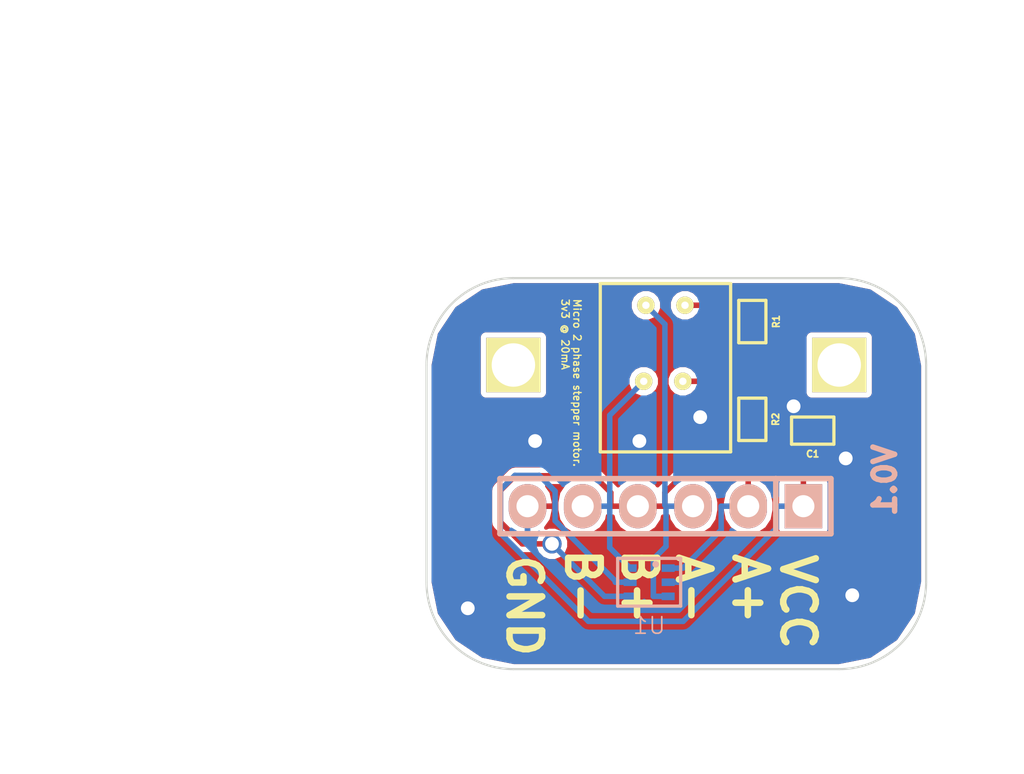
<source format=kicad_pcb>
(kicad_pcb (version 3) (host pcbnew "(2014-03-19 BZR 4756)-product")

  (general
    (links 14)
    (no_connects 0)
    (area 111.000001 88.55 158.619258 125.800001)
    (thickness 1.6)
    (drawings 21)
    (tracks 95)
    (zones 0)
    (modules 9)
    (nets 9)
  )

  (page A4)
  (layers
    (15 F.Cu signal)
    (0 B.Cu signal)
    (16 B.Adhes user)
    (17 F.Adhes user)
    (18 B.Paste user)
    (19 F.Paste user)
    (20 B.SilkS user)
    (21 F.SilkS user)
    (22 B.Mask user)
    (23 F.Mask user)
    (24 Dwgs.User user)
    (25 Cmts.User user)
    (26 Eco1.User user)
    (27 Eco2.User user)
    (28 Edge.Cuts user)
  )

  (setup
    (last_trace_width 0.254)
    (trace_clearance 0.254)
    (zone_clearance 0.18)
    (zone_45_only no)
    (trace_min 0.254)
    (segment_width 0.2)
    (edge_width 0.1)
    (via_size 0.889)
    (via_drill 0.635)
    (via_min_size 0.889)
    (via_min_drill 0.508)
    (uvia_size 0.508)
    (uvia_drill 0.127)
    (uvias_allowed no)
    (uvia_min_size 0.508)
    (uvia_min_drill 0.127)
    (pcb_text_width 0.3)
    (pcb_text_size 1.5 1.5)
    (mod_edge_width 0.15)
    (mod_text_size 1 1)
    (mod_text_width 0.15)
    (pad_size 1.5 1.5)
    (pad_drill 0.6)
    (pad_to_mask_clearance 0)
    (aux_axis_origin 0 0)
    (grid_origin 138.2 111.5)
    (visible_elements FFFFFF7F)
    (pcbplotparams
      (layerselection 284196865)
      (usegerberextensions true)
      (excludeedgelayer true)
      (linewidth 0.150000)
      (plotframeref false)
      (viasonmask false)
      (mode 1)
      (useauxorigin false)
      (hpglpennumber 1)
      (hpglpenspeed 20)
      (hpglpendiameter 15)
      (hpglpenoverlay 2)
      (psnegative false)
      (psa4output false)
      (plotreference true)
      (plotvalue true)
      (plotothertext true)
      (plotinvisibletext false)
      (padsonsilk false)
      (subtractmaskfromsilk false)
      (outputformat 1)
      (mirror false)
      (drillshape 0)
      (scaleselection 1)
      (outputdirectory Gerber))
  )

  (net 0 "")
  (net 1 VCC)
  (net 2 GND)
  (net 3 /A+)
  (net 4 /A-)
  (net 5 /B+)
  (net 6 /B-)
  (net 7 "Net-(R1-Pad1)")
  (net 8 "Net-(R2-Pad2)")

  (net_class Default "This is the default net class."
    (clearance 0.254)
    (trace_width 0.254)
    (via_dia 0.889)
    (via_drill 0.635)
    (uvia_dia 0.508)
    (uvia_drill 0.127)
    (add_net /A+)
    (add_net /A-)
    (add_net /B+)
    (add_net /B-)
    (add_net GND)
    (add_net "Net-(R1-Pad1)")
    (add_net "Net-(R2-Pad2)")
    (add_net VCC)
  )

  (module 10to7_inductor:Micro_Motor_2_Phase (layer F.Cu) (tedit 53824198) (tstamp 538227D6)
    (at 142 104 270)
    (path /5382143F)
    (fp_text reference U2 (at 0 -4 270) (layer F.SilkS) hide
      (effects (font (size 1 1) (thickness 0.15)))
    )
    (fp_text value 2_Phase_Motor (at 3 4 270) (layer F.SilkS) hide
      (effects (font (size 1 1) (thickness 0.15)))
    )
    (fp_line (start 5 -3) (end -2.75 -3) (layer F.SilkS) (width 0.15))
    (fp_line (start -2.75 -3) (end -2.75 3) (layer F.SilkS) (width 0.15))
    (fp_line (start -2.75 3) (end 5 3) (layer F.SilkS) (width 0.15))
    (fp_line (start 5 -3) (end 5 3) (layer F.SilkS) (width 0.15))
    (pad 1 thru_hole circle (at -1.75 -0.9 270) (size 0.8 0.8) (drill 0.34) (layers *.Cu *.Mask F.SilkS)
      (net 7 "Net-(R1-Pad1)"))
    (pad 2 thru_hole circle (at -1.75 0.9 270) (size 0.8 0.8) (drill 0.34) (layers *.Cu *.Mask F.SilkS)
      (net 4 /A-))
    (pad 3 thru_hole circle (at 1.75 -0.8 270) (size 0.8 0.8) (drill 0.34) (layers *.Cu *.Mask F.SilkS)
      (net 8 "Net-(R2-Pad2)"))
    (pad 4 thru_hole circle (at 1.75 1 270) (size 0.8 0.8) (drill 0.34) (layers *.Cu *.Mask F.SilkS)
      (net 6 /B-))
  )

  (module 10to7_sm_standard:SM0402 (layer F.Cu) (tedit 5380CFF6) (tstamp 53822795)
    (at 148.78 108.02)
    (path /538213B3)
    (attr smd)
    (fp_text reference C1 (at 0 1.075) (layer F.SilkS)
      (effects (font (size 0.3048 0.3048) (thickness 0.0762)))
    )
    (fp_text value 1uF (at 0 -0.9) (layer F.SilkS) hide
      (effects (font (size 0.3048 0.3048) (thickness 0.0762)))
    )
    (fp_line (start -0.975 0.625) (end 0.975 0.625) (layer F.SilkS) (width 0.15))
    (fp_line (start 0.975 0.625) (end 0.975 -0.625) (layer F.SilkS) (width 0.15))
    (fp_line (start 0.975 -0.625) (end -0.975 -0.625) (layer F.SilkS) (width 0.15))
    (fp_line (start -0.975 -0.625) (end -0.975 0.625) (layer F.SilkS) (width 0.15))
    (pad 1 smd rect (at -0.44958 0) (size 0.39878 0.59944) (layers F.Cu F.Paste F.Mask)
      (net 1 VCC))
    (pad 2 smd rect (at 0.44958 0) (size 0.39878 0.59944) (layers F.Cu F.Paste F.Mask)
      (net 2 GND))
    (model smd\chip_cms.wrl
      (at (xyz 0 0 0.002))
      (scale (xyz 0.05 0.05 0.05))
      (rotate (xyz 0 0 0))
    )
  )

  (module Pin_Headers:Pin_Header_Straight_1x06 (layer B.Cu) (tedit 53822D16) (tstamp 538227A6)
    (at 142 111.5 180)
    (descr "1 pin")
    (tags "CONN DEV")
    (path /5382163D)
    (fp_text reference P1 (at 0 2.286 180) (layer B.SilkS) hide
      (effects (font (size 1.27 1.27) (thickness 0.2032)) (justify mirror))
    )
    (fp_text value CONN_6 (at 0 0 180) (layer B.SilkS) hide
      (effects (font (size 1.27 1.27) (thickness 0.2032)) (justify mirror))
    )
    (fp_line (start -5.08 1.27) (end 7.62 1.27) (layer B.SilkS) (width 0.254))
    (fp_line (start 7.62 1.27) (end 7.62 -1.27) (layer B.SilkS) (width 0.254))
    (fp_line (start 7.62 -1.27) (end -5.08 -1.27) (layer B.SilkS) (width 0.254))
    (fp_line (start -7.62 1.27) (end -5.08 1.27) (layer B.SilkS) (width 0.254))
    (fp_line (start -5.08 1.27) (end -5.08 -1.27) (layer B.SilkS) (width 0.254))
    (fp_line (start -7.62 1.27) (end -7.62 -1.27) (layer B.SilkS) (width 0.254))
    (fp_line (start -7.62 -1.27) (end -5.08 -1.27) (layer B.SilkS) (width 0.254))
    (pad 1 thru_hole rect (at -6.35 0 180) (size 1.7272 2.032) (drill 1.016) (layers *.Cu *.Mask B.SilkS)
      (net 1 VCC))
    (pad 2 thru_hole oval (at -3.81 0 180) (size 1.7272 2.032) (drill 1.016) (layers *.Cu *.Mask B.SilkS)
      (net 3 /A+))
    (pad 3 thru_hole oval (at -1.27 0 180) (size 1.7272 2.032) (drill 1.016) (layers *.Cu *.Mask B.SilkS)
      (net 4 /A-))
    (pad 4 thru_hole oval (at 1.27 0 180) (size 1.7272 2.032) (drill 1.016) (layers *.Cu *.Mask B.SilkS)
      (net 5 /B+))
    (pad 5 thru_hole oval (at 3.81 0 180) (size 1.7272 2.032) (drill 1.016) (layers *.Cu *.Mask B.SilkS)
      (net 6 /B-))
    (pad 6 thru_hole oval (at 6.35 0 180) (size 1.7272 2.032) (drill 1.016) (layers *.Cu *.Mask B.SilkS)
      (net 2 GND))
    (model Pin_Headers/Pin_Header_Straight_1x06.wrl
      (at (xyz 0 0 0))
      (scale (xyz 1 1 1))
      (rotate (xyz 0 0 0))
    )
  )

  (module 10to7_sm_standard:SM0402 (layer F.Cu) (tedit 53824956) (tstamp 538227B0)
    (at 146 103 270)
    (path /53821410)
    (attr smd)
    (fp_text reference R1 (at 0 -1.1 270) (layer F.SilkS)
      (effects (font (size 0.3048 0.3048) (thickness 0.0762)))
    )
    (fp_text value 100 (at 0 -0.9 270) (layer F.SilkS) hide
      (effects (font (size 0.3048 0.3048) (thickness 0.0762)))
    )
    (fp_line (start -0.975 0.625) (end 0.975 0.625) (layer F.SilkS) (width 0.15))
    (fp_line (start 0.975 0.625) (end 0.975 -0.625) (layer F.SilkS) (width 0.15))
    (fp_line (start 0.975 -0.625) (end -0.975 -0.625) (layer F.SilkS) (width 0.15))
    (fp_line (start -0.975 -0.625) (end -0.975 0.625) (layer F.SilkS) (width 0.15))
    (pad 1 smd rect (at -0.44958 0 270) (size 0.39878 0.59944) (layers F.Cu F.Paste F.Mask)
      (net 7 "Net-(R1-Pad1)"))
    (pad 2 smd rect (at 0.44958 0 270) (size 0.39878 0.59944) (layers F.Cu F.Paste F.Mask)
      (net 3 /A+))
    (model smd\chip_cms.wrl
      (at (xyz 0 0 0.002))
      (scale (xyz 0.05 0.05 0.05))
      (rotate (xyz 0 0 0))
    )
  )

  (module 10to7_sm_standard:SM0402 (layer F.Cu) (tedit 5380CFF6) (tstamp 538227BA)
    (at 146 107.5 90)
    (path /5382147F)
    (attr smd)
    (fp_text reference R2 (at 0 1.075 90) (layer F.SilkS)
      (effects (font (size 0.3048 0.3048) (thickness 0.0762)))
    )
    (fp_text value 100 (at 0 -0.9 90) (layer F.SilkS) hide
      (effects (font (size 0.3048 0.3048) (thickness 0.0762)))
    )
    (fp_line (start -0.975 0.625) (end 0.975 0.625) (layer F.SilkS) (width 0.15))
    (fp_line (start 0.975 0.625) (end 0.975 -0.625) (layer F.SilkS) (width 0.15))
    (fp_line (start 0.975 -0.625) (end -0.975 -0.625) (layer F.SilkS) (width 0.15))
    (fp_line (start -0.975 -0.625) (end -0.975 0.625) (layer F.SilkS) (width 0.15))
    (pad 1 smd rect (at -0.44958 0 90) (size 0.39878 0.59944) (layers F.Cu F.Paste F.Mask)
      (net 5 /B+))
    (pad 2 smd rect (at 0.44958 0 90) (size 0.39878 0.59944) (layers F.Cu F.Paste F.Mask)
      (net 8 "Net-(R2-Pad2)"))
    (model smd\chip_cms.wrl
      (at (xyz 0 0 0.002))
      (scale (xyz 0.05 0.05 0.05))
      (rotate (xyz 0 0 0))
    )
  )

  (module 10to7_sm_standard:SOT363 (layer B.Cu) (tedit 53824935) (tstamp 538227C9)
    (at 141.25 115 270)
    (path /5382133B)
    (fp_text reference U1 (at 1.99898 0 540) (layer B.SilkS)
      (effects (font (size 0.762 0.762) (thickness 0.0762)) (justify mirror))
    )
    (fp_text value QSBT40 (at 0 -0.025 270) (layer B.SilkS) hide
      (effects (font (size 0.50038 0.50038) (thickness 0.0762)) (justify mirror))
    )
    (fp_circle (center -0.825 -0.3) (end -0.75 -0.325) (layer B.SilkS) (width 0.15))
    (fp_line (start 1.1 1.45) (end 1.1 -1.45) (layer B.SilkS) (width 0.15))
    (fp_line (start 1.1 -1.45) (end -1.1 -1.45) (layer B.SilkS) (width 0.15))
    (fp_line (start -1.1 -1.45) (end -1.1 1.45) (layer B.SilkS) (width 0.15))
    (fp_line (start -1.1 1.45) (end 1.1 1.45) (layer B.SilkS) (width 0.15))
    (pad 6 smd rect (at -0.65 0.875 270) (size 0.35 0.6) (layers B.Cu B.Paste B.Mask)
      (net 6 /B-))
    (pad 5 smd rect (at 0 0.875 270) (size 0.35 0.6) (layers B.Cu B.Paste B.Mask)
      (net 1 VCC))
    (pad 4 smd rect (at 0.65 0.875 270) (size 0.35 0.6) (layers B.Cu B.Paste B.Mask)
      (net 5 /B+))
    (pad 3 smd rect (at 0.65 -0.875 270) (size 0.35 0.6) (layers B.Cu B.Paste B.Mask)
      (net 4 /A-))
    (pad 2 smd rect (at 0 -0.875 270) (size 0.35 0.6) (layers B.Cu B.Paste B.Mask)
      (net 2 GND))
    (pad 1 smd rect (at -0.65 -0.875 270) (size 0.35 0.6) (layers B.Cu B.Paste B.Mask)
      (net 3 /A+))
    (model smd/SOT23_6.wrl
      (at (xyz 0 0 0))
      (scale (xyz 0.11 0.11 0.11))
      (rotate (xyz 0 0 0))
    )
  )

  (module 10to7_sm_standard:2mmHole (layer F.Cu) (tedit 53824295) (tstamp 53822F0E)
    (at 151.5 115)
    (fp_text reference 2mm_pad_2 (at 0 2.875) (layer F.SilkS) hide
      (effects (font (thickness 0.3048)))
    )
    (fp_text value VAL** (at 0.20066 -2.49936) (layer F.SilkS) hide
      (effects (font (thickness 0.3048)))
    )
  )

  (module 10to7_sm_standard:2mmHole (layer F.Cu) (tedit 53822F08) (tstamp 53822FD9)
    (at 135 105)
    (fp_text reference 2mm_Pad_4 (at 0 2.875) (layer F.SilkS) hide
      (effects (font (thickness 0.3048)))
    )
    (fp_text value VAL** (at 0.20066 -2.49936) (layer F.SilkS) hide
      (effects (font (thickness 0.3048)))
    )
    (pad 1 thru_hole rect (at 0 0) (size 2.5 2.5) (drill 2) (layers *.Cu *.Mask F.SilkS))
  )

  (module 10to7_sm_standard:2mmHole (layer F.Cu) (tedit 53823013) (tstamp 53822FE2)
    (at 150 105)
    (fp_text reference 2mm_Pad_3 (at 0 2.875) (layer F.SilkS) hide
      (effects (font (thickness 0.3048)))
    )
    (fp_text value VAL** (at 0.20066 -2.49936) (layer F.SilkS) hide
      (effects (font (thickness 0.3048)))
    )
    (pad 1 thru_hole rect (at 0 0) (size 2.5 2.5) (drill 2) (layers *.Cu *.Mask F.SilkS))
  )

  (gr_line (start 135 101) (end 150 101) (angle 90) (layer Edge.Cuts) (width 0.1))
  (dimension 23 (width 0.3) (layer Dwgs.User)
    (gr_text "23.000 mm" (at 142.5 124.45) (layer Dwgs.User)
      (effects (font (size 1.5 1.5) (thickness 0.3)))
    )
    (feature1 (pts (xy 154 115.1) (xy 154 125.8)))
    (feature2 (pts (xy 131 115.1) (xy 131 125.8)))
    (crossbar (pts (xy 131 123.1) (xy 154 123.1)))
    (arrow1a (pts (xy 154 123.1) (xy 152.873496 123.686421)))
    (arrow1b (pts (xy 154 123.1) (xy 152.873496 122.513579)))
    (arrow2a (pts (xy 131 123.1) (xy 132.126504 123.686421)))
    (arrow2b (pts (xy 131 123.1) (xy 132.126504 122.513579)))
  )
  (gr_line (start 154 115) (end 154 105) (angle 90) (layer Edge.Cuts) (width 0.1))
  (gr_line (start 135 119) (end 150 119) (angle 90) (layer Edge.Cuts) (width 0.1))
  (dimension 15 (width 0.3) (layer Dwgs.User)
    (gr_text "15.000 mm" (at 142.5 90.05) (layer Dwgs.User)
      (effects (font (size 1.5 1.5) (thickness 0.3)))
    )
    (feature1 (pts (xy 135 105) (xy 135 88.7)))
    (feature2 (pts (xy 150 105) (xy 150 88.7)))
    (crossbar (pts (xy 150 91.4) (xy 135 91.4)))
    (arrow1a (pts (xy 135 91.4) (xy 136.126504 90.813579)))
    (arrow1b (pts (xy 135 91.4) (xy 136.126504 91.986421)))
    (arrow2a (pts (xy 150 91.4) (xy 148.873496 90.813579)))
    (arrow2b (pts (xy 150 91.4) (xy 148.873496 91.986421)))
  )
  (gr_text V0.1 (at 152.1 110.3 90) (layer B.SilkS)
    (effects (font (size 1 1) (thickness 0.25)) (justify mirror))
  )
  (gr_text "Micro 2 phase stepper motor.\n3v3 @ 20mA" (at 137.66 101.92 270) (layer F.SilkS)
    (effects (font (size 0.34 0.34) (thickness 0.0625)) (justify left))
  )
  (gr_text 10to7.com (at 132 110.5 270) (layer F.Mask)
    (effects (font (size 1 1) (thickness 0.25)))
  )
  (gr_text 10to7.com (at 132 110.5 270) (layer F.Cu)
    (effects (font (size 1 1) (thickness 0.25)))
  )
  (dimension 18 (width 0.3) (layer Dwgs.User)
    (gr_text "18.000 mm" (at 117.65 110 90) (layer Dwgs.User)
      (effects (font (size 1.5 1.5) (thickness 0.3)))
    )
    (feature1 (pts (xy 131 101) (xy 116.3 101)))
    (feature2 (pts (xy 131 119) (xy 116.3 119)))
    (crossbar (pts (xy 119 119) (xy 119 101)))
    (arrow1a (pts (xy 119 101) (xy 119.586421 102.126504)))
    (arrow1b (pts (xy 119 101) (xy 118.413579 102.126504)))
    (arrow2a (pts (xy 119 119) (xy 119.586421 117.873496)))
    (arrow2b (pts (xy 119 119) (xy 118.413579 117.873496)))
  )
  (gr_line (start 131 105) (end 131 115) (angle 90) (layer Edge.Cuts) (width 0.1))
  (gr_arc (start 135 105) (end 131 105) (angle 90) (layer Edge.Cuts) (width 0.1))
  (gr_arc (start 150 105) (end 150 101) (angle 90) (layer Edge.Cuts) (width 0.1))
  (gr_arc (start 150 115) (end 154 115) (angle 90) (layer Edge.Cuts) (width 0.1))
  (gr_arc (start 135 115) (end 135 119) (angle 90) (layer Edge.Cuts) (width 0.1))
  (gr_text GND (at 135.5 113.6 270) (layer F.SilkS)
    (effects (font (size 1.5 1.5) (thickness 0.3)) (justify left))
  )
  (gr_text B- (at 138.2 115.2 270) (layer F.SilkS)
    (effects (font (size 1.5 1.5) (thickness 0.3)))
  )
  (gr_text B+ (at 140.8 115.2 270) (layer F.SilkS)
    (effects (font (size 1.5 1.5) (thickness 0.3)))
  )
  (gr_text A- (at 143.3 115.3 270) (layer F.SilkS)
    (effects (font (size 1.5 1.5) (thickness 0.3)))
  )
  (gr_text A+ (at 145.9 115.3 270) (layer F.SilkS) (tstamp 53824AE0)
    (effects (font (size 1.5 1.5) (thickness 0.3)))
  )
  (gr_text VCC (at 148.1 115.9 270) (layer F.SilkS)
    (effects (font (size 1.5 1.5) (thickness 0.3)))
  )

  (segment (start 140.375 115) (end 139.6937 115) (width 0.254) (layer B.Cu) (net 1))
  (segment (start 148.35 111.5) (end 147.1051 111.5) (width 0.254) (layer B.Cu) (net 1))
  (segment (start 147.1051 112.5115) (end 147.1051 111.5) (width 0.254) (layer B.Cu) (net 1))
  (segment (start 142.8161 116.8005) (end 147.1051 112.5115) (width 0.254) (layer B.Cu) (net 1))
  (segment (start 138.4563 116.8005) (end 142.8161 116.8005) (width 0.254) (layer B.Cu) (net 1))
  (segment (start 134.4002 112.7444) (end 138.4563 116.8005) (width 0.254) (layer B.Cu) (net 1))
  (segment (start 134.4002 110.7529) (end 134.4002 112.7444) (width 0.254) (layer B.Cu) (net 1))
  (segment (start 135.0702 110.0829) (end 134.4002 110.7529) (width 0.254) (layer B.Cu) (net 1))
  (segment (start 136.1906 110.0829) (end 135.0702 110.0829) (width 0.254) (layer B.Cu) (net 1))
  (segment (start 136.92 110.8123) (end 136.1906 110.0829) (width 0.254) (layer B.Cu) (net 1))
  (segment (start 136.92 112.1708) (end 136.92 110.8123) (width 0.254) (layer B.Cu) (net 1))
  (segment (start 139.6937 114.9445) (end 136.92 112.1708) (width 0.254) (layer B.Cu) (net 1))
  (segment (start 139.6937 115) (end 139.6937 114.9445) (width 0.254) (layer B.Cu) (net 1))
  (segment (start 148.35 108.03958) (end 148.33042 108.02) (width 0.254) (layer F.Cu) (net 1) (tstamp 53823CFE))
  (segment (start 148.35 111.5) (end 148.35 108.03958) (width 0.254) (layer F.Cu) (net 1))
  (segment (start 142.125 115) (end 142.8063 115) (width 0.254) (layer B.Cu) (net 2))
  (segment (start 135.65 111.5) (end 135.65 112.8973) (width 0.254) (layer B.Cu) (net 2))
  (segment (start 142.8063 116.0617) (end 142.8063 115) (width 0.254) (layer B.Cu) (net 2))
  (segment (start 142.625 116.243) (end 142.8063 116.0617) (width 0.254) (layer B.Cu) (net 2))
  (segment (start 138.6176 116.243) (end 142.625 116.243) (width 0.254) (layer B.Cu) (net 2))
  (segment (start 135.65 113.2754) (end 138.6176 116.243) (width 0.254) (layer B.Cu) (net 2))
  (segment (start 135.65 112.8973) (end 135.65 113.2754) (width 0.254) (layer B.Cu) (net 2))
  (segment (start 139.4604 114.75) (end 146.8004 114.75) (width 0.254) (layer F.Cu) (net 2))
  (segment (start 136.8949 112.1845) (end 139.4604 114.75) (width 0.254) (layer F.Cu) (net 2))
  (segment (start 136.8949 111.5) (end 136.8949 112.1845) (width 0.254) (layer F.Cu) (net 2))
  (segment (start 135.65 111.5) (end 136.8949 111.5) (width 0.254) (layer F.Cu) (net 2))
  (segment (start 132.9 116.2) (end 132.8 116.2) (width 0.254) (layer B.Cu) (net 2) (tstamp 5382452A))
  (via (at 132.9 116.2) (size 0.889) (layers F.Cu B.Cu) (net 2))
  (segment (start 134.3 117.6) (end 132.9 116.2) (width 0.254) (layer F.Cu) (net 2) (tstamp 53824526))
  (segment (start 148.6 117.6) (end 134.3 117.6) (width 0.254) (layer F.Cu) (net 2) (tstamp 5382451F))
  (segment (start 150.6 115.6) (end 148.6 117.6) (width 0.254) (layer F.Cu) (net 2) (tstamp 5382451E))
  (via (at 150.6 115.6) (size 0.889) (layers F.Cu B.Cu) (net 2))
  (segment (start 150.6 109.6) (end 150.6 115.6) (width 0.254) (layer B.Cu) (net 2) (tstamp 53824517))
  (segment (start 150.3 109.3) (end 150.6 109.6) (width 0.254) (layer B.Cu) (net 2) (tstamp 53824516))
  (via (at 150.3 109.3) (size 0.889) (layers F.Cu B.Cu) (net 2))
  (segment (start 149.22958 108.22958) (end 150.3 109.3) (width 0.254) (layer F.Cu) (net 2) (tstamp 5382450E))
  (segment (start 149.22958 108.02) (end 149.22958 108.22958) (width 0.254) (layer F.Cu) (net 2))
  (segment (start 149.22958 107.12958) (end 149 106.9) (width 0.254) (layer F.Cu) (net 2) (tstamp 53824544))
  (segment (start 149 106.9) (end 147.9 106.9) (width 0.254) (layer F.Cu) (net 2) (tstamp 53824547))
  (via (at 147.9 106.9) (size 0.889) (layers F.Cu B.Cu) (net 2))
  (segment (start 147.9 106.9) (end 147.4 107.4) (width 0.254) (layer B.Cu) (net 2) (tstamp 5382454C))
  (segment (start 147.4 107.4) (end 143.6 107.4) (width 0.254) (layer B.Cu) (net 2) (tstamp 5382454D))
  (via (at 143.6 107.4) (size 0.889) (layers F.Cu B.Cu) (net 2))
  (segment (start 143.6 107.4) (end 142.5 108.5) (width 0.254) (layer F.Cu) (net 2) (tstamp 5382455C))
  (segment (start 142.5 108.5) (end 140.8 108.5) (width 0.254) (layer F.Cu) (net 2) (tstamp 5382455D))
  (via (at 140.8 108.5) (size 0.889) (layers F.Cu B.Cu) (net 2))
  (segment (start 140.8 108.5) (end 140.8 107.6) (width 0.254) (layer B.Cu) (net 2) (tstamp 53824564))
  (segment (start 149.22958 108.02) (end 149.22958 107.12958) (width 0.254) (layer F.Cu) (net 2))
  (via (at 136 108.5) (size 0.889) (layers F.Cu B.Cu) (net 2))
  (segment (start 136 108.5) (end 135.1 107.6) (width 0.254) (layer B.Cu) (net 2) (tstamp 5382458E))
  (segment (start 135.1 107.6) (end 135 107.6) (width 0.254) (layer B.Cu) (net 2) (tstamp 5382458F))
  (segment (start 140.8 108.5) (end 136 108.5) (width 0.254) (layer F.Cu) (net 2))
  (segment (start 146.6811 109.2316) (end 145.81 110.1027) (width 0.254) (layer F.Cu) (net 3))
  (segment (start 146.6811 104.7114) (end 146.6811 109.2316) (width 0.254) (layer F.Cu) (net 3))
  (segment (start 146 104.0303) (end 146.6811 104.7114) (width 0.254) (layer F.Cu) (net 3))
  (segment (start 146 103.4496) (end 146 104.0303) (width 0.254) (layer F.Cu) (net 3))
  (segment (start 145.81 111.5) (end 145.81 110.1027) (width 0.254) (layer F.Cu) (net 3))
  (segment (start 145.81 111.5) (end 144.5651 111.5) (width 0.254) (layer B.Cu) (net 3))
  (segment (start 142.125 114.35) (end 142.8063 114.35) (width 0.254) (layer B.Cu) (net 3))
  (segment (start 144.5651 112.5912) (end 142.8063 114.35) (width 0.254) (layer B.Cu) (net 3))
  (segment (start 144.5651 111.5) (end 144.5651 112.5912) (width 0.254) (layer B.Cu) (net 3))
  (segment (start 141.975 111.4499) (end 142.0251 111.5) (width 0.254) (layer B.Cu) (net 4))
  (segment (start 141.975 103.125) (end 141.975 111.4499) (width 0.254) (layer B.Cu) (net 4))
  (segment (start 141.1 102.25) (end 141.975 103.125) (width 0.254) (layer B.Cu) (net 4))
  (segment (start 143.27 111.5) (end 142.0251 111.5) (width 0.254) (layer B.Cu) (net 4))
  (segment (start 142.0251 113.3507) (end 142.0251 111.5) (width 0.254) (layer B.Cu) (net 4))
  (segment (start 141.4437 113.9321) (end 142.0251 113.3507) (width 0.254) (layer B.Cu) (net 4))
  (segment (start 141.4437 115.65) (end 141.4437 113.9321) (width 0.254) (layer B.Cu) (net 4))
  (segment (start 142.125 115.65) (end 141.4437 115.65) (width 0.254) (layer B.Cu) (net 4))
  (via (at 136.7764 113.2339) (size 0.889) (layers F.Cu B.Cu) (net 5))
  (segment (start 139.1925 115.65) (end 136.7764 113.2339) (width 0.254) (layer B.Cu) (net 5))
  (segment (start 140.375 115.65) (end 139.1925 115.65) (width 0.254) (layer B.Cu) (net 5))
  (segment (start 135.4068 113.2339) (end 136.7764 113.2339) (width 0.254) (layer F.Cu) (net 5))
  (segment (start 134.4031 112.2302) (end 135.4068 113.2339) (width 0.254) (layer F.Cu) (net 5))
  (segment (start 134.4031 110.7781) (end 134.4031 112.2302) (width 0.254) (layer F.Cu) (net 5))
  (segment (start 135.0818 110.0994) (end 134.4031 110.7781) (width 0.254) (layer F.Cu) (net 5))
  (segment (start 138.7069 110.0994) (end 135.0818 110.0994) (width 0.254) (layer F.Cu) (net 5))
  (segment (start 139.4851 110.8776) (end 138.7069 110.0994) (width 0.254) (layer F.Cu) (net 5))
  (segment (start 139.4851 111.5) (end 139.4851 110.8776) (width 0.254) (layer F.Cu) (net 5))
  (segment (start 144.9029 107.9496) (end 146 107.9496) (width 0.254) (layer F.Cu) (net 5))
  (segment (start 141.9749 110.8776) (end 144.9029 107.9496) (width 0.254) (layer F.Cu) (net 5))
  (segment (start 141.9749 111.5) (end 141.9749 110.8776) (width 0.254) (layer F.Cu) (net 5))
  (segment (start 140.73 111.5) (end 141.9749 111.5) (width 0.254) (layer F.Cu) (net 5))
  (segment (start 140.73 111.5) (end 139.4851 111.5) (width 0.254) (layer F.Cu) (net 5))
  (segment (start 138.19 111.5) (end 139.4349 111.5) (width 0.254) (layer B.Cu) (net 6))
  (segment (start 139.4349 107.3151) (end 139.4349 111.5) (width 0.254) (layer B.Cu) (net 6))
  (segment (start 141 105.75) (end 139.4349 107.3151) (width 0.254) (layer B.Cu) (net 6))
  (segment (start 139.4349 113.4099) (end 139.4349 111.5) (width 0.254) (layer B.Cu) (net 6))
  (segment (start 140.375 114.35) (end 139.4349 113.4099) (width 0.254) (layer B.Cu) (net 6))
  (segment (start 145.0186 102.25) (end 145.319 102.5504) (width 0.254) (layer F.Cu) (net 7))
  (segment (start 142.9 102.25) (end 145.0186 102.25) (width 0.254) (layer F.Cu) (net 7))
  (segment (start 146 102.5504) (end 145.319 102.5504) (width 0.254) (layer F.Cu) (net 7))
  (segment (start 145.2803 105.75) (end 146 106.4697) (width 0.254) (layer F.Cu) (net 8))
  (segment (start 142.8 105.75) (end 145.2803 105.75) (width 0.254) (layer F.Cu) (net 8))
  (segment (start 146 107.0504) (end 146 106.4697) (width 0.254) (layer F.Cu) (net 8))

  (zone (net 2) (net_name GND) (layer F.Cu) (tstamp 538231C8) (hatch edge 0.508)
    (connect_pads (clearance 0.18))
    (min_thickness 0.18)
    (fill (arc_segments 16) (thermal_gap 0.25) (thermal_bridge_width 0.25))
    (polygon
      (pts
        (xy 127.5 101) (xy 155.5 101) (xy 155.5 119) (xy 127.5 119)
      )
    )
    (filled_polygon
      (pts
        (xy 153.68 114.968484) (xy 153.394084 116.405876) (xy 152.597719 117.597719) (xy 151.594 118.268383) (xy 151.594 106.318426)
        (xy 151.594 106.181574) (xy 151.594 103.681574) (xy 151.541629 103.55514) (xy 151.44486 103.458371) (xy 151.318426 103.406)
        (xy 151.181574 103.406) (xy 148.681574 103.406) (xy 148.55514 103.458371) (xy 148.458371 103.55514) (xy 148.406 103.681574)
        (xy 148.406 103.818426) (xy 148.406 106.318426) (xy 148.458371 106.44486) (xy 148.55514 106.541629) (xy 148.681574 106.594)
        (xy 148.818426 106.594) (xy 151.318426 106.594) (xy 151.44486 106.541629) (xy 151.541629 106.44486) (xy 151.594 106.318426)
        (xy 151.594 118.268383) (xy 151.405875 118.394085) (xy 149.968484 118.68) (xy 149.76897 118.68) (xy 149.76897 108.38735)
        (xy 149.76897 108.25209) (xy 149.76897 108.14) (xy 149.76897 107.9) (xy 149.76897 107.78791) (xy 149.76897 107.65265)
        (xy 149.717208 107.527685) (xy 149.621564 107.432042) (xy 149.4966 107.38028) (xy 149.34958 107.38028) (xy 149.26458 107.46528)
        (xy 149.26458 107.985) (xy 149.68397 107.985) (xy 149.76897 107.9) (xy 149.76897 108.14) (xy 149.68397 108.055)
        (xy 149.26458 108.055) (xy 149.26458 108.57472) (xy 149.34958 108.65972) (xy 149.4966 108.65972) (xy 149.621564 108.607958)
        (xy 149.717208 108.512315) (xy 149.76897 108.38735) (xy 149.76897 118.68) (xy 149.5576 118.68) (xy 149.5576 112.584426)
        (xy 149.5576 112.447574) (xy 149.5576 110.415574) (xy 149.505229 110.28914) (xy 149.40846 110.192371) (xy 149.282026 110.14)
        (xy 149.145174 110.14) (xy 148.821 110.14) (xy 148.821 108.591362) (xy 148.837596 108.607958) (xy 148.96256 108.65972)
        (xy 149.10958 108.65972) (xy 149.19458 108.57472) (xy 149.19458 108.055) (xy 149.17458 108.055) (xy 149.17458 107.985)
        (xy 149.19458 107.985) (xy 149.19458 107.46528) (xy 149.10958 107.38028) (xy 148.96256 107.38028) (xy 148.837596 107.432042)
        (xy 148.782828 107.486809) (xy 148.72467 107.428651) (xy 148.598236 107.37628) (xy 148.461384 107.37628) (xy 148.062604 107.37628)
        (xy 147.93617 107.428651) (xy 147.839401 107.52542) (xy 147.78703 107.651854) (xy 147.78703 107.788706) (xy 147.78703 108.388146)
        (xy 147.839401 108.51458) (xy 147.879 108.554179) (xy 147.879 110.14) (xy 147.417974 110.14) (xy 147.29154 110.192371)
        (xy 147.194771 110.28914) (xy 147.1521 110.392156) (xy 147.1521 109.2316) (xy 147.1521 104.7114) (xy 147.116247 104.531156)
        (xy 147.014147 104.378353) (xy 146.535486 103.899692) (xy 146.591349 103.84383) (xy 146.64372 103.717396) (xy 146.64372 103.580544)
        (xy 146.64372 103.181764) (xy 146.591349 103.05533) (xy 146.536019 103) (xy 146.591349 102.94467) (xy 146.64372 102.818236)
        (xy 146.64372 102.681384) (xy 146.64372 102.282604) (xy 146.591349 102.15617) (xy 146.49458 102.059401) (xy 146.368146 102.00703)
        (xy 146.231294 102.00703) (xy 145.631854 102.00703) (xy 145.50542 102.059401) (xy 145.499757 102.065063) (xy 145.351647 101.916953)
        (xy 145.198844 101.814853) (xy 145.0186 101.779) (xy 143.481079 101.779) (xy 143.321993 101.619635) (xy 143.04864 101.506129)
        (xy 142.752658 101.505871) (xy 142.479108 101.6189) (xy 142.269635 101.828007) (xy 142.156129 102.10136) (xy 142.155871 102.397342)
        (xy 142.2689 102.670892) (xy 142.478007 102.880365) (xy 142.75136 102.993871) (xy 143.047342 102.994129) (xy 143.320892 102.8811)
        (xy 143.481272 102.721) (xy 144.823506 102.721) (xy 144.985953 102.883447) (xy 145.138756 102.985547) (xy 145.138757 102.985547)
        (xy 145.319 103.0214) (xy 145.442581 103.0214) (xy 145.408651 103.05533) (xy 145.35628 103.181764) (xy 145.35628 103.318616)
        (xy 145.35628 103.717396) (xy 145.408651 103.84383) (xy 145.50542 103.940599) (xy 145.529 103.950366) (xy 145.529 104.0303)
        (xy 145.564853 104.210544) (xy 145.666953 104.363347) (xy 146.2101 104.906494) (xy 146.2101 106.013705) (xy 145.613347 105.416953)
        (xy 145.460544 105.314853) (xy 145.2803 105.279) (xy 143.381079 105.279) (xy 143.221993 105.119635) (xy 142.94864 105.006129)
        (xy 142.652658 105.005871) (xy 142.379108 105.1189) (xy 142.169635 105.328007) (xy 142.056129 105.60136) (xy 142.055871 105.897342)
        (xy 142.1689 106.170892) (xy 142.378007 106.380365) (xy 142.65136 106.493871) (xy 142.947342 106.494129) (xy 143.220892 106.3811)
        (xy 143.381272 106.221) (xy 145.085205 106.221) (xy 145.464513 106.600307) (xy 145.408651 106.65617) (xy 145.35628 106.782604)
        (xy 145.35628 106.919456) (xy 145.35628 107.318236) (xy 145.408651 107.44467) (xy 145.442581 107.4786) (xy 144.9029 107.4786)
        (xy 144.722656 107.514453) (xy 144.569852 107.616553) (xy 141.844129 110.342276) (xy 141.844129 102.102658) (xy 141.7311 101.829108)
        (xy 141.521993 101.619635) (xy 141.24864 101.506129) (xy 140.952658 101.505871) (xy 140.679108 101.6189) (xy 140.469635 101.828007)
        (xy 140.356129 102.10136) (xy 140.355871 102.397342) (xy 140.4689 102.670892) (xy 140.678007 102.880365) (xy 140.95136 102.993871)
        (xy 141.247342 102.994129) (xy 141.520892 102.8811) (xy 141.730365 102.671993) (xy 141.843871 102.39864) (xy 141.844129 102.102658)
        (xy 141.844129 110.342276) (xy 141.744129 110.442276) (xy 141.744129 105.602658) (xy 141.6311 105.329108) (xy 141.421993 105.119635)
        (xy 141.14864 105.006129) (xy 140.852658 105.005871) (xy 140.579108 105.1189) (xy 140.369635 105.328007) (xy 140.256129 105.60136)
        (xy 140.255871 105.897342) (xy 140.3689 106.170892) (xy 140.578007 106.380365) (xy 140.85136 106.493871) (xy 141.147342 106.494129)
        (xy 141.420892 106.3811) (xy 141.630365 106.171993) (xy 141.743871 105.89864) (xy 141.744129 105.602658) (xy 141.744129 110.442276)
        (xy 141.641853 110.544553) (xy 141.638769 110.549168) (xy 141.583902 110.467054) (xy 141.192129 110.205279) (xy 140.73 110.113356)
        (xy 140.267871 110.205279) (xy 139.876098 110.467054) (xy 139.82123 110.549168) (xy 139.818147 110.544553) (xy 139.039947 109.766353)
        (xy 138.887144 109.664253) (xy 138.7069 109.6284) (xy 136.594 109.6284) (xy 136.594 106.318426) (xy 136.594 106.181574)
        (xy 136.594 103.681574) (xy 136.541629 103.55514) (xy 136.44486 103.458371) (xy 136.318426 103.406) (xy 136.181574 103.406)
        (xy 133.681574 103.406) (xy 133.55514 103.458371) (xy 133.458371 103.55514) (xy 133.406 103.681574) (xy 133.406 103.818426)
        (xy 133.406 106.318426) (xy 133.458371 106.44486) (xy 133.55514 106.541629) (xy 133.681574 106.594) (xy 133.818426 106.594)
        (xy 136.318426 106.594) (xy 136.44486 106.541629) (xy 136.541629 106.44486) (xy 136.594 106.318426) (xy 136.594 109.6284)
        (xy 135.0818 109.6284) (xy 134.901556 109.664253) (xy 134.748753 109.766353) (xy 134.070053 110.445053) (xy 133.967953 110.597856)
        (xy 133.9321 110.7781) (xy 133.9321 112.2302) (xy 133.967953 112.410444) (xy 134.070053 112.563247) (xy 135.073753 113.566947)
        (xy 135.226556 113.669047) (xy 135.4068 113.7049) (xy 136.132442 113.7049) (xy 136.329167 113.901968) (xy 136.618869 114.022263)
        (xy 136.932554 114.022537) (xy 137.222466 113.902748) (xy 137.444468 113.681133) (xy 137.564763 113.391431) (xy 137.565037 113.077746)
        (xy 137.445248 112.787834) (xy 137.223633 112.565832) (xy 136.933931 112.445537) (xy 136.620246 112.445263) (xy 136.499979 112.494956)
        (xy 136.748587 112.145334) (xy 136.8536 111.6874) (xy 136.8536 111.535) (xy 135.685 111.535) (xy 135.685 111.555)
        (xy 135.615 111.555) (xy 135.615 111.535) (xy 135.595 111.535) (xy 135.595 111.465) (xy 135.615 111.465)
        (xy 135.615 111.445) (xy 135.685 111.445) (xy 135.685 111.465) (xy 136.8536 111.465) (xy 136.8536 111.3126)
        (xy 136.748587 110.854666) (xy 136.546452 110.5704) (xy 137.267044 110.5704) (xy 137.074323 110.858827) (xy 136.9824 111.320956)
        (xy 136.9824 111.679044) (xy 137.074323 112.141173) (xy 137.336098 112.532946) (xy 137.727871 112.794721) (xy 138.19 112.886644)
        (xy 138.652129 112.794721) (xy 139.043902 112.532946) (xy 139.305677 112.141173) (xy 139.345067 111.943145) (xy 139.4851 111.971)
        (xy 139.580473 111.971) (xy 139.614323 112.141173) (xy 139.876098 112.532946) (xy 140.267871 112.794721) (xy 140.73 112.886644)
        (xy 141.192129 112.794721) (xy 141.583902 112.532946) (xy 141.845677 112.141173) (xy 141.879526 111.971) (xy 141.9749 111.971)
        (xy 142.114932 111.943145) (xy 142.154323 112.141173) (xy 142.416098 112.532946) (xy 142.807871 112.794721) (xy 143.27 112.886644)
        (xy 143.732129 112.794721) (xy 144.123902 112.532946) (xy 144.385677 112.141173) (xy 144.4776 111.679044) (xy 144.4776 111.320956)
        (xy 144.385677 110.858827) (xy 144.123902 110.467054) (xy 143.732129 110.205279) (xy 143.3828 110.135793) (xy 145.097994 108.4206)
        (xy 145.485421 108.4206) (xy 145.50542 108.440599) (xy 145.631854 108.49297) (xy 145.768706 108.49297) (xy 146.2101 108.49297)
        (xy 146.2101 109.036505) (xy 145.476953 109.769653) (xy 145.374853 109.922456) (xy 145.339 110.1027) (xy 145.339 110.211206)
        (xy 144.956098 110.467054) (xy 144.694323 110.858827) (xy 144.6024 111.320956) (xy 144.6024 111.679044) (xy 144.694323 112.141173)
        (xy 144.956098 112.532946) (xy 145.347871 112.794721) (xy 145.81 112.886644) (xy 146.272129 112.794721) (xy 146.663902 112.532946)
        (xy 146.925677 112.141173) (xy 147.0176 111.679044) (xy 147.0176 111.320956) (xy 146.925677 110.858827) (xy 146.663902 110.467054)
        (xy 146.332905 110.245888) (xy 147.014147 109.564648) (xy 147.014147 109.564647) (xy 147.116247 109.411844) (xy 147.152099 109.2316)
        (xy 147.1521 109.2316) (xy 147.1521 110.392156) (xy 147.1424 110.415574) (xy 147.1424 110.552426) (xy 147.1424 112.584426)
        (xy 147.194771 112.71086) (xy 147.29154 112.807629) (xy 147.417974 112.86) (xy 147.554826 112.86) (xy 149.282026 112.86)
        (xy 149.40846 112.807629) (xy 149.505229 112.71086) (xy 149.5576 112.584426) (xy 149.5576 118.68) (xy 135.031515 118.68)
        (xy 133.594123 118.394084) (xy 132.40228 117.597719) (xy 131.605914 116.405875) (xy 131.32 114.968484) (xy 131.32 114.847381)
        (xy 133.345 114.847381) (xy 133.345 106.152619) (xy 131.32 106.152619) (xy 131.32 105.031515) (xy 131.605914 103.594124)
        (xy 132.40228 102.40228) (xy 133.594123 101.605915) (xy 135.031515 101.32) (xy 149.968484 101.32) (xy 151.405875 101.605914)
        (xy 152.597719 102.40228) (xy 153.394084 103.594123) (xy 153.68 105.031515) (xy 153.68 114.968484)
      )
    )
  )
  (zone (net 2) (net_name GND) (layer B.Cu) (tstamp 538231E8) (hatch edge 0.508)
    (connect_pads (clearance 0.18))
    (min_thickness 0.18)
    (fill (arc_segments 16) (thermal_gap 0.25) (thermal_bridge_width 0.25))
    (polygon
      (pts
        (xy 127.5 101) (xy 155.5 101) (xy 155.5 119) (xy 127.5 119)
      )
    )
    (filled_polygon
      (pts
        (xy 141.504 110.413665) (xy 141.192129 110.205279) (xy 140.73 110.113356) (xy 140.267871 110.205279) (xy 139.9059 110.44714)
        (xy 139.9059 107.510194) (xy 140.922162 106.493932) (xy 141.147342 106.494129) (xy 141.420892 106.3811) (xy 141.504 106.298137)
        (xy 141.504 110.413665)
      )
    )
    (filled_polygon
      (pts
        (xy 146.126896 112.823609) (xy 142.621006 116.3295) (xy 138.651394 116.3295) (xy 134.894547 112.572653) (xy 135.221739 112.777775)
        (xy 135.427226 112.835204) (xy 135.615 112.770452) (xy 135.615 111.535) (xy 135.595 111.535) (xy 135.595 111.465)
        (xy 135.615 111.465) (xy 135.615 111.445) (xy 135.685 111.445) (xy 135.685 111.465) (xy 135.705 111.465)
        (xy 135.705 111.535) (xy 135.685 111.535) (xy 135.685 112.770452) (xy 135.872774 112.835204) (xy 136.078261 112.777775)
        (xy 136.183044 112.712084) (xy 136.108332 112.786667) (xy 135.988037 113.076369) (xy 135.987763 113.390054) (xy 136.107552 113.679966)
        (xy 136.329167 113.901968) (xy 136.618869 114.022263) (xy 136.898913 114.022507) (xy 138.859452 115.983047) (xy 138.859453 115.983047)
        (xy 139.012256 116.085147) (xy 139.1925 116.121) (xy 139.890692 116.121) (xy 140.006574 116.169) (xy 140.143426 116.169)
        (xy 140.743426 116.169) (xy 140.86986 116.116629) (xy 140.966629 116.01986) (xy 141.019 115.893426) (xy 141.019 115.845878)
        (xy 141.110653 115.983047) (xy 141.263456 116.085147) (xy 141.4437 116.121) (xy 141.640692 116.121) (xy 141.756574 116.169)
        (xy 141.893426 116.169) (xy 142.493426 116.169) (xy 142.61986 116.116629) (xy 142.716629 116.01986) (xy 142.769 115.893426)
        (xy 142.769 115.756574) (xy 142.769 115.406574) (xy 142.733045 115.319773) (xy 142.765 115.24263) (xy 142.765 115.12)
        (xy 142.68 115.035) (xy 142.16 115.035) (xy 142.16 115.055) (xy 142.09 115.055) (xy 142.09 115.035)
        (xy 142.07 115.035) (xy 142.07 114.965) (xy 142.09 114.965) (xy 142.09 114.945) (xy 142.16 114.945)
        (xy 142.16 114.965) (xy 142.68 114.965) (xy 142.765 114.88) (xy 142.765 114.821) (xy 142.8063 114.821)
        (xy 142.986544 114.785147) (xy 143.139347 114.683047) (xy 144.898147 112.924247) (xy 145.000247 112.771444) (xy 145.0361 112.5912)
        (xy 145.0361 112.586401) (xy 145.347871 112.794721) (xy 145.81 112.886644) (xy 146.126896 112.823609)
      )
    )
    (filled_polygon
      (pts
        (xy 153.68 114.968484) (xy 153.394084 116.405876) (xy 152.597719 117.597719) (xy 151.594 118.268383) (xy 151.594 106.318426)
        (xy 151.594 106.181574) (xy 151.594 103.681574) (xy 151.541629 103.55514) (xy 151.44486 103.458371) (xy 151.318426 103.406)
        (xy 151.181574 103.406) (xy 148.681574 103.406) (xy 148.55514 103.458371) (xy 148.458371 103.55514) (xy 148.406 103.681574)
        (xy 148.406 103.818426) (xy 148.406 106.318426) (xy 148.458371 106.44486) (xy 148.55514 106.541629) (xy 148.681574 106.594)
        (xy 148.818426 106.594) (xy 151.318426 106.594) (xy 151.44486 106.541629) (xy 151.541629 106.44486) (xy 151.594 106.318426)
        (xy 151.594 118.268383) (xy 151.405875 118.394085) (xy 149.968484 118.68) (xy 149.5576 118.68) (xy 149.5576 112.584426)
        (xy 149.5576 112.447574) (xy 149.5576 110.415574) (xy 149.505229 110.28914) (xy 149.40846 110.192371) (xy 149.282026 110.14)
        (xy 149.145174 110.14) (xy 147.417974 110.14) (xy 147.29154 110.192371) (xy 147.194771 110.28914) (xy 147.1424 110.415574)
        (xy 147.1424 110.552426) (xy 147.1424 111.029) (xy 147.1051 111.029) (xy 146.965067 111.056854) (xy 146.925677 110.858827)
        (xy 146.663902 110.467054) (xy 146.272129 110.205279) (xy 145.81 110.113356) (xy 145.347871 110.205279) (xy 144.956098 110.467054)
        (xy 144.694323 110.858827) (xy 144.660473 111.029) (xy 144.5651 111.029) (xy 144.425067 111.056854) (xy 144.385677 110.858827)
        (xy 144.123902 110.467054) (xy 143.732129 110.205279) (xy 143.644129 110.187774) (xy 143.644129 102.102658) (xy 143.5311 101.829108)
        (xy 143.321993 101.619635) (xy 143.04864 101.506129) (xy 142.752658 101.505871) (xy 142.479108 101.6189) (xy 142.269635 101.828007)
        (xy 142.156129 102.10136) (xy 142.155871 102.397342) (xy 142.2689 102.670892) (xy 142.478007 102.880365) (xy 142.75136 102.993871)
        (xy 143.047342 102.994129) (xy 143.320892 102.8811) (xy 143.530365 102.671993) (xy 143.643871 102.39864) (xy 143.644129 102.102658)
        (xy 143.644129 110.187774) (xy 143.27 110.113356) (xy 142.807871 110.205279) (xy 142.446 110.447074) (xy 142.446 106.408598)
        (xy 142.65136 106.493871) (xy 142.947342 106.494129) (xy 143.220892 106.3811) (xy 143.430365 106.171993) (xy 143.543871 105.89864)
        (xy 143.544129 105.602658) (xy 143.4311 105.329108) (xy 143.221993 105.119635) (xy 142.94864 105.006129) (xy 142.652658 105.005871)
        (xy 142.446 105.09126) (xy 142.446 103.125) (xy 142.410147 102.944756) (xy 142.308047 102.791953) (xy 141.843932 102.327838)
        (xy 141.844129 102.102658) (xy 141.7311 101.829108) (xy 141.521993 101.619635) (xy 141.24864 101.506129) (xy 140.952658 101.505871)
        (xy 140.679108 101.6189) (xy 140.469635 101.828007) (xy 140.356129 102.10136) (xy 140.355871 102.397342) (xy 140.4689 102.670892)
        (xy 140.678007 102.880365) (xy 140.95136 102.993871) (xy 141.177974 102.994068) (xy 141.504 103.320094) (xy 141.504 105.201785)
        (xy 141.421993 105.119635) (xy 141.14864 105.006129) (xy 140.852658 105.005871) (xy 140.579108 105.1189) (xy 140.369635 105.328007)
        (xy 140.256129 105.60136) (xy 140.255931 105.827973) (xy 139.101853 106.982053) (xy 138.999753 107.134856) (xy 138.9639 107.3151)
        (xy 138.9639 110.413598) (xy 138.652129 110.205279) (xy 138.19 110.113356) (xy 137.727871 110.205279) (xy 137.336098 110.467054)
        (xy 137.290497 110.5353) (xy 137.290496 110.5353) (xy 137.253047 110.479253) (xy 137.253047 110.479252) (xy 136.594 109.820205)
        (xy 136.594 106.318426) (xy 136.594 106.181574) (xy 136.594 103.681574) (xy 136.541629 103.55514) (xy 136.44486 103.458371)
        (xy 136.318426 103.406) (xy 136.181574 103.406) (xy 133.681574 103.406) (xy 133.55514 103.458371) (xy 133.458371 103.55514)
        (xy 133.406 103.681574) (xy 133.406 103.818426) (xy 133.406 106.318426) (xy 133.458371 106.44486) (xy 133.55514 106.541629)
        (xy 133.681574 106.594) (xy 133.818426 106.594) (xy 136.318426 106.594) (xy 136.44486 106.541629) (xy 136.541629 106.44486)
        (xy 136.594 106.318426) (xy 136.594 109.820205) (xy 136.523647 109.749853) (xy 136.370844 109.647753) (xy 136.1906 109.6119)
        (xy 135.0702 109.6119) (xy 134.889956 109.647753) (xy 134.737153 109.749853) (xy 134.067153 110.419853) (xy 133.965053 110.572656)
        (xy 133.9292 110.7529) (xy 133.9292 112.7444) (xy 133.965053 112.924644) (xy 134.067153 113.077447) (xy 138.123253 117.133548)
        (xy 138.214852 117.194751) (xy 138.276056 117.235647) (xy 138.276057 117.235647) (xy 138.4563 117.2715) (xy 142.8161 117.2715)
        (xy 142.996344 117.235647) (xy 143.149147 117.133547) (xy 147.422694 112.86) (xy 147.554826 112.86) (xy 149.282026 112.86)
        (xy 149.40846 112.807629) (xy 149.505229 112.71086) (xy 149.5576 112.584426) (xy 149.5576 118.68) (xy 135.031515 118.68)
        (xy 133.594123 118.394084) (xy 132.40228 117.597719) (xy 131.605914 116.405875) (xy 131.32 114.968484) (xy 131.32 105.031515)
        (xy 131.605914 103.594124) (xy 132.40228 102.40228) (xy 133.594123 101.605915) (xy 135.031515 101.32) (xy 149.968484 101.32)
        (xy 151.405875 101.605914) (xy 152.597719 102.40228) (xy 153.394084 103.594123) (xy 153.68 105.031515) (xy 153.68 114.968484)
      )
    )
  )
)

</source>
